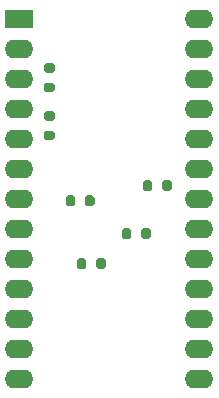
<source format=gbs>
G04 #@! TF.GenerationSoftware,KiCad,Pcbnew,5.1.12-84ad8e8a86~92~ubuntu20.04.1*
G04 #@! TF.CreationDate,2022-05-29T14:18:07-04:00*
G04 #@! TF.ProjectId,fluke9010-protection,666c756b-6539-4303-9130-2d70726f7465,rev?*
G04 #@! TF.SameCoordinates,Original*
G04 #@! TF.FileFunction,Soldermask,Bot*
G04 #@! TF.FilePolarity,Negative*
%FSLAX46Y46*%
G04 Gerber Fmt 4.6, Leading zero omitted, Abs format (unit mm)*
G04 Created by KiCad (PCBNEW 5.1.12-84ad8e8a86~92~ubuntu20.04.1) date 2022-05-29 14:18:07*
%MOMM*%
%LPD*%
G01*
G04 APERTURE LIST*
%ADD10R,2.400000X1.600000*%
%ADD11O,2.400000X1.600000*%
G04 APERTURE END LIST*
G36*
G01*
X133179000Y-85831000D02*
X133179000Y-86381000D01*
G75*
G02*
X132979000Y-86581000I-200000J0D01*
G01*
X132579000Y-86581000D01*
G75*
G02*
X132379000Y-86381000I0J200000D01*
G01*
X132379000Y-85831000D01*
G75*
G02*
X132579000Y-85631000I200000J0D01*
G01*
X132979000Y-85631000D01*
G75*
G02*
X133179000Y-85831000I0J-200000D01*
G01*
G37*
G36*
G01*
X134829000Y-85831000D02*
X134829000Y-86381000D01*
G75*
G02*
X134629000Y-86581000I-200000J0D01*
G01*
X134229000Y-86581000D01*
G75*
G02*
X134029000Y-86381000I0J200000D01*
G01*
X134029000Y-85831000D01*
G75*
G02*
X134229000Y-85631000I200000J0D01*
G01*
X134629000Y-85631000D01*
G75*
G02*
X134829000Y-85831000I0J-200000D01*
G01*
G37*
G36*
G01*
X139617000Y-79777000D02*
X139617000Y-79227000D01*
G75*
G02*
X139817000Y-79027000I200000J0D01*
G01*
X140217000Y-79027000D01*
G75*
G02*
X140417000Y-79227000I0J-200000D01*
G01*
X140417000Y-79777000D01*
G75*
G02*
X140217000Y-79977000I-200000J0D01*
G01*
X139817000Y-79977000D01*
G75*
G02*
X139617000Y-79777000I0J200000D01*
G01*
G37*
G36*
G01*
X137967000Y-79777000D02*
X137967000Y-79227000D01*
G75*
G02*
X138167000Y-79027000I200000J0D01*
G01*
X138567000Y-79027000D01*
G75*
G02*
X138767000Y-79227000I0J-200000D01*
G01*
X138767000Y-79777000D01*
G75*
G02*
X138567000Y-79977000I-200000J0D01*
G01*
X138167000Y-79977000D01*
G75*
G02*
X137967000Y-79777000I0J200000D01*
G01*
G37*
G36*
G01*
X133076000Y-81047000D02*
X133076000Y-80497000D01*
G75*
G02*
X133276000Y-80297000I200000J0D01*
G01*
X133676000Y-80297000D01*
G75*
G02*
X133876000Y-80497000I0J-200000D01*
G01*
X133876000Y-81047000D01*
G75*
G02*
X133676000Y-81247000I-200000J0D01*
G01*
X133276000Y-81247000D01*
G75*
G02*
X133076000Y-81047000I0J200000D01*
G01*
G37*
G36*
G01*
X131426000Y-81047000D02*
X131426000Y-80497000D01*
G75*
G02*
X131626000Y-80297000I200000J0D01*
G01*
X132026000Y-80297000D01*
G75*
G02*
X132226000Y-80497000I0J-200000D01*
G01*
X132226000Y-81047000D01*
G75*
G02*
X132026000Y-81247000I-200000J0D01*
G01*
X131626000Y-81247000D01*
G75*
G02*
X131426000Y-81047000I0J200000D01*
G01*
G37*
G36*
G01*
X130323000Y-69933000D02*
X129773000Y-69933000D01*
G75*
G02*
X129573000Y-69733000I0J200000D01*
G01*
X129573000Y-69333000D01*
G75*
G02*
X129773000Y-69133000I200000J0D01*
G01*
X130323000Y-69133000D01*
G75*
G02*
X130523000Y-69333000I0J-200000D01*
G01*
X130523000Y-69733000D01*
G75*
G02*
X130323000Y-69933000I-200000J0D01*
G01*
G37*
G36*
G01*
X130323000Y-71583000D02*
X129773000Y-71583000D01*
G75*
G02*
X129573000Y-71383000I0J200000D01*
G01*
X129573000Y-70983000D01*
G75*
G02*
X129773000Y-70783000I200000J0D01*
G01*
X130323000Y-70783000D01*
G75*
G02*
X130523000Y-70983000I0J-200000D01*
G01*
X130523000Y-71383000D01*
G75*
G02*
X130323000Y-71583000I-200000J0D01*
G01*
G37*
G36*
G01*
X137839000Y-83841000D02*
X137839000Y-83291000D01*
G75*
G02*
X138039000Y-83091000I200000J0D01*
G01*
X138439000Y-83091000D01*
G75*
G02*
X138639000Y-83291000I0J-200000D01*
G01*
X138639000Y-83841000D01*
G75*
G02*
X138439000Y-84041000I-200000J0D01*
G01*
X138039000Y-84041000D01*
G75*
G02*
X137839000Y-83841000I0J200000D01*
G01*
G37*
G36*
G01*
X136189000Y-83841000D02*
X136189000Y-83291000D01*
G75*
G02*
X136389000Y-83091000I200000J0D01*
G01*
X136789000Y-83091000D01*
G75*
G02*
X136989000Y-83291000I0J-200000D01*
G01*
X136989000Y-83841000D01*
G75*
G02*
X136789000Y-84041000I-200000J0D01*
G01*
X136389000Y-84041000D01*
G75*
G02*
X136189000Y-83841000I0J200000D01*
G01*
G37*
G36*
G01*
X129773000Y-74847000D02*
X130323000Y-74847000D01*
G75*
G02*
X130523000Y-75047000I0J-200000D01*
G01*
X130523000Y-75447000D01*
G75*
G02*
X130323000Y-75647000I-200000J0D01*
G01*
X129773000Y-75647000D01*
G75*
G02*
X129573000Y-75447000I0J200000D01*
G01*
X129573000Y-75047000D01*
G75*
G02*
X129773000Y-74847000I200000J0D01*
G01*
G37*
G36*
G01*
X129773000Y-73197000D02*
X130323000Y-73197000D01*
G75*
G02*
X130523000Y-73397000I0J-200000D01*
G01*
X130523000Y-73797000D01*
G75*
G02*
X130323000Y-73997000I-200000J0D01*
G01*
X129773000Y-73997000D01*
G75*
G02*
X129573000Y-73797000I0J200000D01*
G01*
X129573000Y-73397000D01*
G75*
G02*
X129773000Y-73197000I200000J0D01*
G01*
G37*
D10*
X127516000Y-65382000D03*
D11*
X127516000Y-67922000D03*
X142756000Y-95862000D03*
X127516000Y-70462000D03*
X142756000Y-93322000D03*
X127516000Y-73002000D03*
X142756000Y-90782000D03*
X127516000Y-75542000D03*
X142756000Y-88242000D03*
X127516000Y-78082000D03*
X142756000Y-85702000D03*
X127516000Y-80622000D03*
X142756000Y-83162000D03*
X127516000Y-83162000D03*
X142756000Y-80622000D03*
X127516000Y-85702000D03*
X142756000Y-78082000D03*
X127516000Y-88242000D03*
X142756000Y-75542000D03*
X127516000Y-90782000D03*
X142756000Y-73002000D03*
X127516000Y-93322000D03*
X142756000Y-70462000D03*
X127516000Y-95862000D03*
X142756000Y-67922000D03*
X142756000Y-65382000D03*
M02*

</source>
